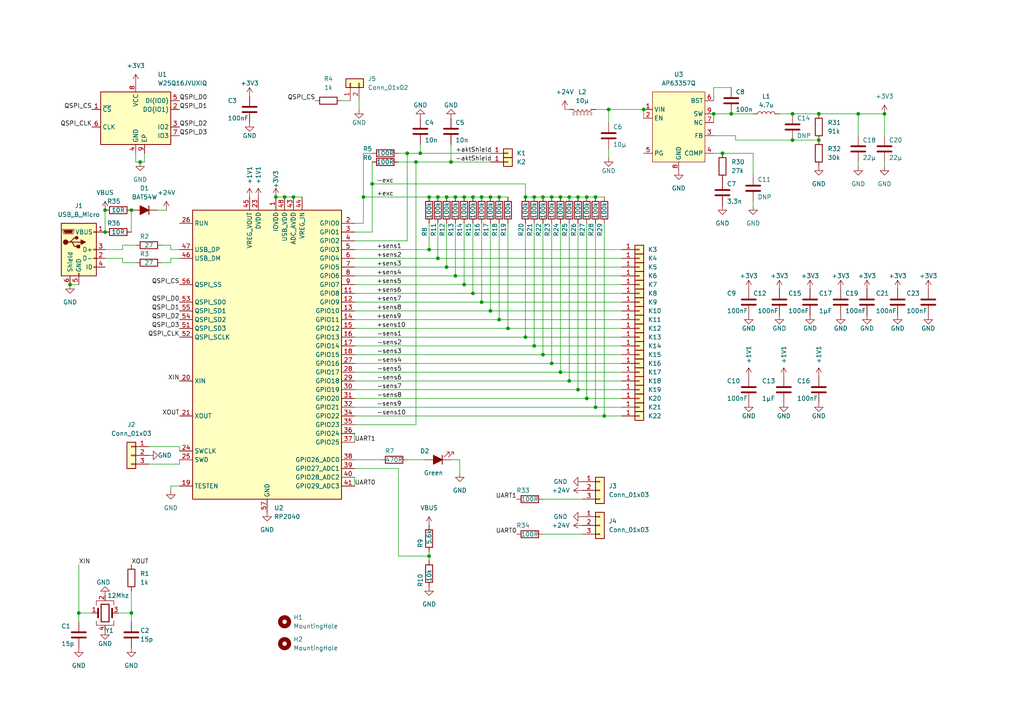
<source format=kicad_sch>
(kicad_sch (version 20211123) (generator eeschema)
  (paper "A4")
  (junction (at 248.92 33.02))
  (junction (at 207.01 33.02))
  (junction (at 229.87 33.02))
  (junction (at 157.48 102.87))
  (junction (at 22.86 177.8))
  (junction (at 229.87 40.64))
  (junction (at 160.02 57.15))
  (junction (at 209.55 44.45))
  (junction (at 107.95 53.34))
  (junction (at 165.1 110.49))
  (junction (at 142.24 57.15))
  (junction (at 120.65 46.99))
  (junction (at 137.16 85.09))
  (junction (at 132.08 80.01))
  (junction (at 186.69 31.75))
  (junction (at 256.54 33.02))
  (junction (at 30.48 67.31))
  (junction (at 167.64 113.03))
  (junction (at 30.48 60.96))
  (junction (at 152.4 97.79))
  (junction (at 132.08 57.15))
  (junction (at 124.46 57.15))
  (junction (at 172.72 57.15))
  (junction (at 162.56 107.95))
  (junction (at 170.18 115.57))
  (junction (at 139.7 87.63))
  (junction (at 20.32 82.55))
  (junction (at 170.18 57.15))
  (junction (at 154.94 100.33))
  (junction (at 154.94 57.15))
  (junction (at 147.32 95.25))
  (junction (at 175.26 120.65))
  (junction (at 82.55 57.15))
  (junction (at 124.46 161.29))
  (junction (at 80.01 57.15))
  (junction (at 165.1 57.15))
  (junction (at 129.54 77.47))
  (junction (at 212.09 33.02))
  (junction (at 172.72 118.11))
  (junction (at 237.49 40.64))
  (junction (at 176.53 31.75))
  (junction (at 139.7 57.15))
  (junction (at 38.1 60.96))
  (junction (at 137.16 57.15))
  (junction (at 134.62 57.15))
  (junction (at 134.62 82.55))
  (junction (at 118.11 44.45))
  (junction (at 40.64 46.99))
  (junction (at 105.41 57.15))
  (junction (at 157.48 57.15))
  (junction (at 124.46 72.39))
  (junction (at 237.49 33.02))
  (junction (at 85.09 57.15))
  (junction (at 152.4 57.15))
  (junction (at 121.92 44.45))
  (junction (at 167.64 57.15))
  (junction (at 160.02 105.41))
  (junction (at 162.56 57.15))
  (junction (at 127 74.93))
  (junction (at 144.78 92.71))
  (junction (at 142.24 90.17))
  (junction (at 129.54 57.15))
  (junction (at 144.78 57.15))
  (junction (at 38.1 177.8))
  (junction (at 130.81 46.99))
  (junction (at 127 57.15))
  (wire (pts (xy 115.57 135.89) (xy 115.57 161.29)))
  (wire (pts (xy 104.14 29.21) (xy 104.14 31.75)))
  (wire (pts (xy 218.44 44.45) (xy 209.55 44.45)))
  (wire (pts (xy 39.37 71.12) (xy 35.56 71.12)))
  (wire (pts (xy 46.99 76.2) (xy 49.53 76.2)))
  (wire (pts (xy 137.16 64.77) (xy 137.16 85.09)))
  (wire (pts (xy 152.4 64.77) (xy 152.4 97.79)))
  (wire (pts (xy 157.48 102.87) (xy 180.34 102.87)))
  (wire (pts (xy 127 64.77) (xy 127 74.93)))
  (wire (pts (xy 124.46 161.29) (xy 124.46 162.56)))
  (wire (pts (xy 120.65 46.99) (xy 130.81 46.99)))
  (wire (pts (xy 38.1 60.96) (xy 38.1 67.31)))
  (wire (pts (xy 139.7 64.77) (xy 139.7 87.63)))
  (wire (pts (xy 130.81 46.99) (xy 142.24 46.99)))
  (wire (pts (xy 22.86 180.34) (xy 22.86 177.8)))
  (wire (pts (xy 115.57 46.99) (xy 120.65 46.99)))
  (wire (pts (xy 82.55 57.15) (xy 85.09 57.15)))
  (wire (pts (xy 52.07 72.39) (xy 49.53 72.39)))
  (wire (pts (xy 160.02 57.15) (xy 162.56 57.15)))
  (wire (pts (xy 130.81 46.99) (xy 130.81 41.91)))
  (wire (pts (xy 157.48 154.94) (xy 168.91 154.94)))
  (wire (pts (xy 107.95 46.99) (xy 107.95 53.34)))
  (wire (pts (xy 256.54 39.37) (xy 256.54 33.02)))
  (wire (pts (xy 209.55 44.45) (xy 207.01 44.45)))
  (wire (pts (xy 120.65 46.99) (xy 120.65 123.19)))
  (wire (pts (xy 256.54 33.02) (xy 248.92 33.02)))
  (wire (pts (xy 45.72 60.96) (xy 48.26 60.96)))
  (wire (pts (xy 34.29 177.8) (xy 38.1 177.8)))
  (wire (pts (xy 121.92 44.45) (xy 121.92 41.91)))
  (wire (pts (xy 167.64 64.77) (xy 167.64 113.03)))
  (wire (pts (xy 132.08 57.15) (xy 134.62 57.15)))
  (wire (pts (xy 39.37 46.99) (xy 40.64 46.99)))
  (wire (pts (xy 162.56 64.77) (xy 162.56 107.95)))
  (wire (pts (xy 85.09 57.15) (xy 87.63 57.15)))
  (wire (pts (xy 157.48 57.15) (xy 160.02 57.15)))
  (wire (pts (xy 30.48 67.31) (xy 30.48 60.96)))
  (wire (pts (xy 105.41 57.15) (xy 105.41 64.77)))
  (wire (pts (xy 40.64 46.99) (xy 41.91 46.99)))
  (wire (pts (xy 35.56 71.12) (xy 35.56 72.39)))
  (wire (pts (xy 102.87 125.73) (xy 102.87 128.27)))
  (wire (pts (xy 176.53 35.56) (xy 176.53 31.75)))
  (wire (pts (xy 162.56 57.15) (xy 165.1 57.15)))
  (wire (pts (xy 144.78 64.77) (xy 144.78 92.71)))
  (wire (pts (xy 212.09 33.02) (xy 218.44 33.02)))
  (wire (pts (xy 118.11 44.45) (xy 115.57 44.45)))
  (wire (pts (xy 133.35 137.16) (xy 133.35 133.35)))
  (wire (pts (xy 139.7 57.15) (xy 142.24 57.15)))
  (wire (pts (xy 115.57 161.29) (xy 124.46 161.29)))
  (wire (pts (xy 38.1 171.45) (xy 38.1 177.8)))
  (wire (pts (xy 165.1 110.49) (xy 180.34 110.49)))
  (wire (pts (xy 102.87 105.41) (xy 160.02 105.41)))
  (wire (pts (xy 22.86 177.8) (xy 26.67 177.8)))
  (wire (pts (xy 165.1 57.15) (xy 167.64 57.15)))
  (wire (pts (xy 256.54 48.26) (xy 256.54 46.99)))
  (wire (pts (xy 35.56 72.39) (xy 30.48 72.39)))
  (wire (pts (xy 144.78 92.71) (xy 180.34 92.71)))
  (wire (pts (xy 102.87 85.09) (xy 137.16 85.09)))
  (wire (pts (xy 248.92 33.02) (xy 248.92 39.37)))
  (wire (pts (xy 52.07 130.81) (xy 52.07 129.54)))
  (wire (pts (xy 102.87 69.85) (xy 118.11 69.85)))
  (wire (pts (xy 176.53 31.75) (xy 186.69 31.75)))
  (wire (pts (xy 102.87 87.63) (xy 139.7 87.63)))
  (wire (pts (xy 170.18 57.15) (xy 172.72 57.15)))
  (wire (pts (xy 129.54 64.77) (xy 129.54 77.47)))
  (wire (pts (xy 154.94 57.15) (xy 157.48 57.15)))
  (wire (pts (xy 102.87 90.17) (xy 142.24 90.17)))
  (wire (pts (xy 134.62 82.55) (xy 180.34 82.55)))
  (wire (pts (xy 147.32 95.25) (xy 180.34 95.25)))
  (wire (pts (xy 80.01 57.15) (xy 82.55 57.15)))
  (wire (pts (xy 132.08 80.01) (xy 180.34 80.01)))
  (wire (pts (xy 218.44 59.69) (xy 218.44 58.42)))
  (wire (pts (xy 41.91 46.99) (xy 41.91 44.45)))
  (wire (pts (xy 170.18 64.77) (xy 170.18 115.57)))
  (wire (pts (xy 229.87 33.02) (xy 237.49 33.02)))
  (wire (pts (xy 20.32 82.55) (xy 22.86 82.55)))
  (wire (pts (xy 186.69 31.75) (xy 186.69 34.29)))
  (wire (pts (xy 226.06 33.02) (xy 229.87 33.02)))
  (wire (pts (xy 124.46 160.02) (xy 124.46 161.29)))
  (wire (pts (xy 102.87 120.65) (xy 175.26 120.65)))
  (wire (pts (xy 124.46 72.39) (xy 180.34 72.39)))
  (wire (pts (xy 213.36 39.37) (xy 213.36 40.64)))
  (wire (pts (xy 35.56 76.2) (xy 39.37 76.2)))
  (wire (pts (xy 172.72 118.11) (xy 180.34 118.11)))
  (wire (pts (xy 142.24 64.77) (xy 142.24 90.17)))
  (wire (pts (xy 176.53 45.72) (xy 176.53 43.18)))
  (wire (pts (xy 107.95 44.45) (xy 105.41 44.45)))
  (wire (pts (xy 163.83 31.75) (xy 165.1 31.75)))
  (wire (pts (xy 139.7 87.63) (xy 180.34 87.63)))
  (wire (pts (xy 118.11 44.45) (xy 121.92 44.45)))
  (wire (pts (xy 102.87 100.33) (xy 154.94 100.33)))
  (wire (pts (xy 133.35 133.35) (xy 130.81 133.35)))
  (wire (pts (xy 127 74.93) (xy 180.34 74.93)))
  (wire (pts (xy 207.01 25.4) (xy 212.09 25.4)))
  (wire (pts (xy 49.53 74.93) (xy 52.07 74.93)))
  (wire (pts (xy 218.44 50.8) (xy 218.44 44.45)))
  (wire (pts (xy 102.87 72.39) (xy 124.46 72.39)))
  (wire (pts (xy 49.53 142.24) (xy 49.53 140.97)))
  (wire (pts (xy 154.94 100.33) (xy 180.34 100.33)))
  (wire (pts (xy 22.86 163.83) (xy 22.86 177.8)))
  (wire (pts (xy 49.53 71.12) (xy 46.99 71.12)))
  (wire (pts (xy 207.01 33.02) (xy 212.09 33.02)))
  (wire (pts (xy 102.87 135.89) (xy 115.57 135.89)))
  (wire (pts (xy 134.62 57.15) (xy 137.16 57.15)))
  (wire (pts (xy 102.87 82.55) (xy 134.62 82.55)))
  (wire (pts (xy 207.01 35.56) (xy 207.01 33.02)))
  (wire (pts (xy 134.62 64.77) (xy 134.62 82.55)))
  (wire (pts (xy 129.54 77.47) (xy 180.34 77.47)))
  (wire (pts (xy 120.65 123.19) (xy 102.87 123.19)))
  (wire (pts (xy 39.37 44.45) (xy 39.37 46.99)))
  (wire (pts (xy 102.87 80.01) (xy 132.08 80.01)))
  (wire (pts (xy 142.24 57.15) (xy 144.78 57.15)))
  (wire (pts (xy 105.41 44.45) (xy 105.41 57.15)))
  (wire (pts (xy 137.16 57.15) (xy 139.7 57.15)))
  (wire (pts (xy 137.16 85.09) (xy 180.34 85.09)))
  (wire (pts (xy 102.87 138.43) (xy 102.87 140.97)))
  (wire (pts (xy 144.78 57.15) (xy 147.32 57.15)))
  (wire (pts (xy 170.18 115.57) (xy 180.34 115.57)))
  (wire (pts (xy 35.56 74.93) (xy 35.56 76.2)))
  (wire (pts (xy 248.92 48.26) (xy 248.92 46.99)))
  (wire (pts (xy 124.46 57.15) (xy 127 57.15)))
  (wire (pts (xy 160.02 64.77) (xy 160.02 105.41)))
  (wire (pts (xy 118.11 133.35) (xy 123.19 133.35)))
  (wire (pts (xy 207.01 39.37) (xy 213.36 39.37)))
  (wire (pts (xy 162.56 107.95) (xy 180.34 107.95)))
  (wire (pts (xy 152.4 57.15) (xy 154.94 57.15)))
  (wire (pts (xy 102.87 115.57) (xy 170.18 115.57)))
  (wire (pts (xy 165.1 64.77) (xy 165.1 110.49)))
  (wire (pts (xy 102.87 110.49) (xy 165.1 110.49)))
  (wire (pts (xy 49.53 140.97) (xy 52.07 140.97)))
  (wire (pts (xy 172.72 57.15) (xy 175.26 57.15)))
  (wire (pts (xy 172.72 31.75) (xy 176.53 31.75)))
  (wire (pts (xy 121.92 44.45) (xy 142.24 44.45)))
  (wire (pts (xy 152.4 53.34) (xy 152.4 57.15)))
  (wire (pts (xy 102.87 97.79) (xy 152.4 97.79)))
  (wire (pts (xy 167.64 57.15) (xy 170.18 57.15)))
  (wire (pts (xy 102.87 95.25) (xy 147.32 95.25)))
  (wire (pts (xy 107.95 53.34) (xy 152.4 53.34)))
  (wire (pts (xy 118.11 69.85) (xy 118.11 44.45)))
  (wire (pts (xy 52.07 134.62) (xy 52.07 133.35)))
  (wire (pts (xy 102.87 102.87) (xy 157.48 102.87)))
  (wire (pts (xy 102.87 107.95) (xy 162.56 107.95)))
  (wire (pts (xy 102.87 92.71) (xy 144.78 92.71)))
  (wire (pts (xy 237.49 33.02) (xy 248.92 33.02)))
  (wire (pts (xy 107.95 67.31) (xy 102.87 67.31)))
  (wire (pts (xy 157.48 144.78) (xy 168.91 144.78)))
  (wire (pts (xy 102.87 118.11) (xy 172.72 118.11)))
  (wire (pts (xy 175.26 120.65) (xy 180.34 120.65)))
  (wire (pts (xy 172.72 64.77) (xy 172.72 118.11)))
  (wire (pts (xy 154.94 64.77) (xy 154.94 100.33)))
  (wire (pts (xy 49.53 72.39) (xy 49.53 71.12)))
  (wire (pts (xy 207.01 29.21) (xy 207.01 25.4)))
  (wire (pts (xy 129.54 57.15) (xy 132.08 57.15)))
  (wire (pts (xy 167.64 113.03) (xy 180.34 113.03)))
  (wire (pts (xy 157.48 64.77) (xy 157.48 102.87)))
  (wire (pts (xy 124.46 64.77) (xy 124.46 72.39)))
  (wire (pts (xy 127 57.15) (xy 129.54 57.15)))
  (wire (pts (xy 49.53 76.2) (xy 49.53 74.93)))
  (wire (pts (xy 147.32 64.77) (xy 147.32 95.25)))
  (wire (pts (xy 102.87 77.47) (xy 129.54 77.47)))
  (wire (pts (xy 229.87 40.64) (xy 237.49 40.64)))
  (wire (pts (xy 160.02 105.41) (xy 180.34 105.41)))
  (wire (pts (xy 105.41 57.15) (xy 124.46 57.15)))
  (wire (pts (xy 99.06 29.21) (xy 101.6 29.21)))
  (wire (pts (xy 102.87 133.35) (xy 110.49 133.35)))
  (wire (pts (xy 152.4 97.79) (xy 180.34 97.79)))
  (wire (pts (xy 102.87 64.77) (xy 105.41 64.77)))
  (wire (pts (xy 30.48 74.93) (xy 35.56 74.93)))
  (wire (pts (xy 213.36 40.64) (xy 229.87 40.64)))
  (wire (pts (xy 142.24 90.17) (xy 180.34 90.17)))
  (wire (pts (xy 43.18 134.62) (xy 52.07 134.62)))
  (wire (pts (xy 102.87 74.93) (xy 127 74.93)))
  (wire (pts (xy 175.26 64.77) (xy 175.26 120.65)))
  (wire (pts (xy 52.07 129.54) (xy 43.18 129.54)))
  (wire (pts (xy 107.95 53.34) (xy 107.95 67.31)))
  (wire (pts (xy 102.87 113.03) (xy 167.64 113.03)))
  (wire (pts (xy 132.08 64.77) (xy 132.08 80.01)))
  (wire (pts (xy 38.1 177.8) (xy 38.1 180.34)))
  (label "-sens6" (at 109.2892 110.49 0))
  (label "+sens7" (at 109.2005 87.63 0))
  (label "UART1" (at 102.87 128.27 0))
  (label "-exc" (at 109.22 53.34 0))
  (label "QSPI_CLK" (at 52.07 97.79 180))
  (label "-sens2" (at 109.2892 100.33 0))
  (label "QSPI_CS" (at 91.44 29.21 180))
  (label "QSPI_D2" (at 52.07 92.71 180))
  (label "XOUT" (at 38.1 163.83 0))
  (label "QSPI_D1" (at 52.07 90.17 180))
  (label "UART1" (at 149.86 144.78 180))
  (label "XOUT" (at 52.07 120.65 180))
  (label "-sens5" (at 109.2892 107.95 0))
  (label "XIN" (at 22.86 163.83 0))
  (label "QSPI_CLK" (at 26.67 36.83 180))
  (label "QSPI_D0" (at 52.07 87.63 180))
  (label "QSPI_D2" (at 52.07 36.83 0))
  (label "+sens5" (at 109.22 82.55 0))
  (label "UART0" (at 102.87 140.97 0))
  (label "-sens8" (at 109.2892 115.57 0))
  (label "QSPI_D0" (at 52.07 29.21 0))
  (label "+aktShield" (at 132.08 44.45 0))
  (label "+sens2" (at 109.22 74.93 0))
  (label "-sens7" (at 109.2697 113.03 0))
  (label "-sens1" (at 109.2892 97.79 0))
  (label "+sens3" (at 109.2005 77.47 0))
  (label "QSPI_CS" (at 26.67 31.75 180))
  (label "-sens9" (at 109.22 118.11 0))
  (label "-sens4" (at 109.2892 105.41 0))
  (label "+exc" (at 109.22 57.15 0))
  (label "+sens9" (at 109.1508 92.71 0))
  (label "+sens10" (at 109.22 95.25 0))
  (label "+sens6" (at 109.22 85.09 0))
  (label "QSPI_D3" (at 52.07 39.37 0))
  (label "QSPI_CS" (at 52.07 82.55 180))
  (label "+sens4" (at 109.22 80.01 0))
  (label "XIN" (at 52.07 110.49 180))
  (label "UART0" (at 149.86 154.94 180))
  (label "+sens8" (at 109.22 90.17 0))
  (label "-sens10" (at 109.2892 120.65 0))
  (label "QSPI_D3" (at 52.07 95.25 180))
  (label "-sens3" (at 109.2697 102.87 0))
  (label "+sens1" (at 109.22 72.39 0))
  (label "QSPI_D1" (at 52.07 31.75 0))
  (label "-aktShield" (at 132.08 46.99 0))
  (symbol (lib_id "Device:R") (at 43.18 71.12 90) (unit 1)
    (property "Reference" "R2" (at 41.91 68.58 90))
    (property "Value" "27" (at 43.18 71.12 90))
    (property "Footprint" "Resistor_SMD:R_0603_1608Metric" (effects hide))
  )
  (symbol (lib_id "power:+3V3") (at 39.37 24.13 0) (unit 1)
    (property "Reference" "#PWR07" (effects hide))
    (property "Value" "+3V3" (at 39.37 19.05 0))
  )
  (symbol (lib_id "Device:R") (at 34.29 60.96 90) (unit 1)
    (property "Reference" "R35" (at 33.02 58.42 90))
    (property "Value" "10R" (at 34.29 60.96 90))
    (property "Footprint" "Resistor_SMD:R_0603_1608Metric" (effects hide))
  )
  (symbol (lib_id "Device:C") (at 237.49 113.03 0) (unit 1)
    (property "Reference" "C16" (at 231.14 110.49 0) (effects (justify left)))
    (property "Value" "100nF" (at 231.14 115.57 0) (effects (justify left)))
    (property "Footprint" "Capacitor_SMD:C_0603_1608Metric" (effects hide))
  )
  (symbol (lib_id "Device:R") (at 237.49 44.45 0) (unit 1)
    (property "Reference" "R32" (at 240.03 43.1799 0) (effects (justify left)))
    (property "Value" "30k" (at 240.03 45.7199 0) (effects (justify left)))
    (property "Footprint" "Resistor_SMD:R_0603_1608Metric" (effects hide))
  )
  (symbol (lib_id "Device:C") (at 256.54 43.18 180) (unit 1)
    (property "Reference" "C20" (at 257.81 40.64 0) (effects (justify right)))
    (property "Value" "22µ" (at 257.81 45.72 0) (effects (justify right)))
    (property "Footprint" "Capacitor_SMD:C_1206_3216Metric" (effects hide))
  )
  (symbol (lib_id "Device:R") (at 152.4 60.96 180) (unit 1)
    (property "Reference" "R20" (at 151.13 68.58 90) (effects (justify right)))
    (property "Value" "100k" (at 152.4 63.5 90) (effects (justify right)))
    (property "Footprint" "Resistor_SMD:R_0603_1608Metric" (effects hide))
  )
  (symbol (lib_id "Device:R") (at 134.62 60.96 180) (unit 1)
    (property "Reference" "R14" (at 133.35 68.58 90) (effects (justify right)))
    (property "Value" "100k" (at 134.62 63.5 90) (effects (justify right)))
    (property "Footprint" "Resistor_SMD:R_0603_1608Metric" (effects hide))
  )
  (symbol (lib_id "power:GND") (at 38.1 187.96 0) (unit 1)
    (property "Reference" "#PWR06" (effects hide))
    (property "Value" "GND" (at 38.1 193.04 0))
  )
  (symbol (lib_id "power:GND") (at 40.64 46.99 0) (unit 1)
    (property "Reference" "#PWR08" (effects hide))
    (property "Value" "GND" (at 40.64 52.07 0))
  )
  (symbol (lib_id "Device:R") (at 147.32 60.96 180) (unit 1)
    (property "Reference" "R19" (at 146.05 68.58 90) (effects (justify right)))
    (property "Value" "100k" (at 147.32 63.5 90) (effects (justify right)))
    (property "Footprint" "Resistor_SMD:R_0603_1608Metric" (effects hide))
  )
  (symbol (lib_id "Connector_Generic:Conn_01x01") (at 185.42 87.63 0) (unit 1)
    (property "Reference" "K9" (at 187.96 87.63 0) (effects (justify left)))
    (property "Value" "capPad" (effects hide))
    (property "Footprint" "Bergi:dummyPad" (effects hide))
  )
  (symbol (lib_id "Device:R") (at 95.25 29.21 90) (unit 1)
    (property "Reference" "R4" (at 95.25 22.86 90))
    (property "Value" "1k" (at 95.25 25.4 90))
    (property "Footprint" "Resistor_SMD:R_0603_1608Metric" (effects hide))
  )
  (symbol (lib_id "Connector_Generic:Conn_01x01") (at 185.42 120.65 0) (unit 1)
    (property "Reference" "K22" (at 187.96 120.65 0) (effects (justify left)))
    (property "Value" "capPad" (effects hide))
    (property "Footprint" "Bergi:dummyPad" (effects hide))
  )
  (symbol (lib_id "Connector_Generic:Conn_01x01") (at 185.42 72.39 0) (unit 1)
    (property "Reference" "K3" (at 187.96 72.39 0) (effects (justify left)))
    (property "Value" "capPad" (effects hide))
    (property "Footprint" "Bergi:dummyPad" (effects hide))
  )
  (symbol (lib_id "power:GND") (at 269.24 91.44 0) (unit 1)
    (property "Reference" "#PWR0102" (effects hide))
    (property "Value" "GND" (at 269.24 95.25 0))
  )
  (symbol (lib_id "power:+3V3") (at 226.06 83.82 0) (unit 1)
    (property "Reference" "#PWR033" (effects hide))
    (property "Value" "+3V3" (at 226.06 80.01 0))
  )
  (symbol (lib_id "Connector_Generic:Conn_01x01") (at 185.42 118.11 0) (unit 1)
    (property "Reference" "K21" (at 187.96 118.11 0) (effects (justify left)))
    (property "Value" "capPad" (effects hide))
    (property "Footprint" "Bergi:dummyPad" (effects hide))
  )
  (symbol (lib_id "Device:R") (at 124.46 166.37 0) (unit 1)
    (property "Reference" "R10" (at 121.92 166.37 90) (effects (justify right)))
    (property "Value" "10k" (at 124.46 165.1 90) (effects (justify right)))
    (property "Footprint" "Resistor_SMD:R_0603_1608Metric" (effects hide))
  )
  (symbol (lib_id "Device:L_Ferrite") (at 168.91 31.75 270) (unit 1)
    (property "Reference" "L2" (at 168.91 26.67 90))
    (property "Value" "10µ" (at 168.91 29.21 90))
    (property "Footprint" "Inductor_SMD:L_0805_2012Metric" (effects hide))
  )
  (symbol (lib_id "Device:L") (at 222.25 33.02 90) (unit 1)
    (property "Reference" "L1" (at 222.25 27.94 90))
    (property "Value" "4.7u" (at 222.25 30.48 90))
    (property "Footprint" "Inductor_SMD:L_1008_2520Metric" (effects hide))
  )
  (symbol (lib_id "Connector:USB_B_Micro") (at 22.86 72.39 0) (unit 1)
    (property "Reference" "J1" (at 22.86 59.69 0))
    (property "Value" "USB_B_Micro" (at 22.86 62.23 0))
    (property "Footprint" "Connector_USB:USB_Micro-B_GCT_USB3076-30-A" (effects hide))
    (property "HTN" "USB3076-30, USB3075-30" (effects hide))
  )
  (symbol (lib_id "Device:R") (at 165.1 60.96 180) (unit 1)
    (property "Reference" "R25" (at 163.83 68.58 90) (effects (justify right)))
    (property "Value" "100k" (at 165.1 63.5 90) (effects (justify right)))
    (property "Footprint" "Resistor_SMD:R_0603_1608Metric" (effects hide))
  )
  (symbol (lib_id "Device:C") (at 218.44 54.61 180) (unit 1)
    (property "Reference" "C11" (at 219.71 52.07 0) (effects (justify right)))
    (property "Value" "DNP" (at 219.71 57.15 0) (effects (justify right)))
    (property "Footprint" "Capacitor_SMD:C_0603_1608Metric" (effects hide))
  )
  (symbol (lib_id "Device:C") (at 217.17 113.03 0) (unit 1)
    (property "Reference" "C10" (at 210.82 110.49 0) (effects (justify left)))
    (property "Value" "100nF" (at 210.82 115.57 0) (effects (justify left)))
    (property "Footprint" "Capacitor_SMD:C_0603_1608Metric" (effects hide))
  )
  (symbol (lib_id "MCU_RaspberryPi:RP2040") (at 77.47 102.87 0) (unit 1)
    (property "Reference" "U2" (at 79.4894 147.32 0) (effects (justify left)))
    (property "Value" "RP2040" (at 79.4894 149.86 0) (effects (justify left)))
    (property "Footprint" "Package_DFN_QFN:QFN-56-1EP_7x7mm_P0.4mm_EP3.2x3.2mm" (effects hide))
    (property "Datasheet" "https://datasheets.raspberrypi.com/rp2040/rp2040-datasheet.pdf" (effects hide))
  )
  (symbol (lib_id "power:GND") (at 168.91 149.86 270) (unit 1)
    (property "Reference" "#PWR056" (effects hide))
    (property "Value" "GND" (at 162.56 149.86 90))
  )
  (symbol (lib_id "Connector_Generic:Conn_01x01") (at 185.42 90.17 0) (unit 1)
    (property "Reference" "K10" (at 187.96 90.17 0) (effects (justify left)))
    (property "Value" "capPad" (effects hide))
    (property "Footprint" "Bergi:dummyPad" (effects hide))
  )
  (symbol (lib_id "Device:R") (at 34.29 67.31 90) (unit 1)
    (property "Reference" "R36" (at 33.02 64.77 90))
    (property "Value" "10R" (at 34.29 67.31 90))
    (property "Footprint" "Resistor_SMD:R_0603_1608Metric" (effects hide))
  )
  (symbol (lib_id "Mechanical:MountingHole") (at 82.55 180.34 0) (unit 1)
    (property "Reference" "H1" (at 85.09 179.0699 0) (effects (justify left)))
    (property "Value" "MountingHole" (at 85.09 181.6099 0) (effects (justify left)))
    (property "Footprint" "MountingHole:MountingHole_3.2mm_M3_DIN965" (effects hide))
  )
  (symbol (lib_id "Device:C") (at 212.09 29.21 180) (unit 1)
    (property "Reference" "C8" (at 213.36 26.67 0) (effects (justify right)))
    (property "Value" "100n" (at 213.36 31.75 0) (effects (justify right)))
    (property "Footprint" "Capacitor_SMD:C_0603_1608Metric" (effects hide))
  )
  (symbol (lib_id "Device:R") (at 124.46 156.21 0) (unit 1)
    (property "Reference" "R9" (at 121.92 156.21 90) (effects (justify right)))
    (property "Value" "5.6k" (at 124.46 153.67 90) (effects (justify right)))
    (property "Footprint" "Resistor_SMD:R_0603_1608Metric" (effects hide))
  )
  (symbol (lib_id "Connector_Generic:Conn_01x03") (at 38.1 132.08 0) (mirror y) (unit 1)
    (property "Reference" "J2" (at 38.1 123.19 0))
    (property "Value" "Conn_01x03" (at 38.1 125.73 0))
    (property "Footprint" "Connector_PinHeader_2.54mm:PinHeader_1x03_P2.54mm_Vertical" (effects hide))
  )
  (symbol (lib_id "Device:R") (at 167.64 60.96 180) (unit 1)
    (property "Reference" "R26" (at 166.37 68.58 90) (effects (justify right)))
    (property "Value" "100k" (at 167.64 63.5 90) (effects (justify right)))
    (property "Footprint" "Resistor_SMD:R_0603_1608Metric" (effects hide))
  )
  (symbol (lib_id "Device:R") (at 144.78 60.96 180) (unit 1)
    (property "Reference" "R18" (at 143.51 68.58 90) (effects (justify right)))
    (property "Value" "100k" (at 144.78 63.5 90) (effects (justify right)))
    (property "Footprint" "Resistor_SMD:R_0603_1608Metric" (effects hide))
  )
  (symbol (lib_id "Connector_Generic:Conn_01x03") (at 173.99 142.24 0) (unit 1)
    (property "Reference" "J3" (at 176.53 140.9699 0) (effects (justify left)))
    (property "Value" "Conn_01x03" (at 176.53 143.5099 0) (effects (justify left)))
    (property "Footprint" "Connector_Molex:Molex_KK-254_AE-6410-03A_1x03_P2.54mm_Vertical" (effects hide))
  )
  (symbol (lib_id "power:GND") (at 234.95 91.44 0) (unit 1)
    (property "Reference" "#PWR038" (effects hide))
    (property "Value" "GND" (at 234.95 95.25 0))
  )
  (symbol (lib_id "Device:R") (at 209.55 48.26 0) (unit 1)
    (property "Reference" "R30" (at 212.09 46.9899 0) (effects (justify left)))
    (property "Value" "27k" (at 212.09 49.5299 0) (effects (justify left)))
    (property "Footprint" "Resistor_SMD:R_0603_1608Metric" (effects hide))
  )
  (symbol (lib_id "Connector_Generic:Conn_01x01") (at 185.42 113.03 0) (unit 1)
    (property "Reference" "K19" (at 187.96 113.03 0) (effects (justify left)))
    (property "Value" "capPad" (effects hide))
    (property "Footprint" "Bergi:dummyPad" (effects hide))
  )
  (symbol (lib_id "power:+3V3") (at 260.35 83.82 0) (unit 1)
    (property "Reference" "#PWR048" (effects hide))
    (property "Value" "+3V3" (at 260.35 80.01 0))
  )
  (symbol (lib_id "power:GND") (at 77.47 148.59 0) (unit 1)
    (property "Reference" "#PWR016" (effects hide))
    (property "Value" "GND" (at 77.47 153.67 0))
  )
  (symbol (lib_id "Device:C") (at 269.24 87.63 0) (unit 1)
    (property "Reference" "C23" (at 262.89 85.09 0) (effects (justify left)))
    (property "Value" "100nF" (at 262.89 90.17 0) (effects (justify left)))
    (property "Footprint" "Capacitor_SMD:C_0603_1608Metric" (effects hide))
  )
  (symbol (lib_id "power:GND") (at 196.85 49.53 0) (unit 1)
    (property "Reference" "#PWR026" (effects hide))
    (property "Value" "GND" (at 196.85 54.61 0))
  )
  (symbol (lib_id "Connector_Generic:Conn_01x01") (at 147.32 44.45 0) (unit 1)
    (property "Reference" "K1" (at 149.86 44.45 0) (effects (justify left)))
    (property "Value" "capPad" (effects hide))
    (property "Footprint" "Bergi:dummyPad" (effects hide))
  )
  (symbol (lib_id "Connector_Generic:Conn_01x01") (at 185.42 92.71 0) (unit 1)
    (property "Reference" "K11" (at 187.96 92.71 0) (effects (justify left)))
    (property "Value" "capPad" (effects hide))
    (property "Footprint" "Bergi:dummyPad" (effects hide))
  )
  (symbol (lib_id "Device:R") (at 132.08 60.96 180) (unit 1)
    (property "Reference" "R13" (at 130.81 68.58 90) (effects (justify right)))
    (property "Value" "100k" (at 132.08 63.5 90) (effects (justify right)))
    (property "Footprint" "Resistor_SMD:R_0603_1608Metric" (effects hide))
  )
  (symbol (lib_id "Device:C") (at 229.87 36.83 180) (unit 1)
    (property "Reference" "C14" (at 231.14 34.29 0) (effects (justify right)))
    (property "Value" "DNP" (at 231.14 39.37 0) (effects (justify right)))
    (property "Footprint" "Capacitor_SMD:C_0603_1608Metric" (effects hide))
  )
  (symbol (lib_id "power:GND") (at 227.33 116.84 0) (unit 1)
    (property "Reference" "#PWR036" (effects hide))
    (property "Value" "GND" (at 227.33 120.65 0))
  )
  (symbol (lib_id "Device:R") (at 111.76 44.45 270) (unit 1)
    (property "Reference" "R5" (at 107.95 43.18 90) (effects (justify right)))
    (property "Value" "100R" (at 114.3 44.45 90) (effects (justify right)))
    (property "Footprint" "Resistor_SMD:R_0603_1608Metric" (effects hide))
  )
  (symbol (lib_id "Device:C") (at 121.92 38.1 180) (unit 1)
    (property "Reference" "C4" (at 123.19 35.56 0) (effects (justify right)))
    (property "Value" "10n" (at 123.19 40.64 0) (effects (justify right)))
    (property "Footprint" "Capacitor_SMD:C_0603_1608Metric" (effects hide))
  )
  (symbol (lib_id "Device:R") (at 153.67 144.78 270) (unit 1)
    (property "Reference" "R33" (at 153.67 142.24 90) (effects (justify right)))
    (property "Value" "100R" (at 156.21 144.78 90) (effects (justify right)))
    (property "Footprint" "Resistor_SMD:R_0603_1608Metric" (effects hide))
  )
  (symbol (lib_id "Device:C") (at 217.17 87.63 0) (unit 1)
    (property "Reference" "C9" (at 210.82 85.09 0) (effects (justify left)))
    (property "Value" "100nF" (at 210.82 90.17 0) (effects (justify left)))
    (property "Footprint" "Capacitor_SMD:C_0603_1608Metric" (effects hide))
  )
  (symbol (lib_id "Connector_Generic:Conn_01x03") (at 173.99 152.4 0) (unit 1)
    (property "Reference" "J4" (at 176.53 151.1299 0) (effects (justify left)))
    (property "Value" "Conn_01x03" (at 176.53 153.6699 0) (effects (justify left)))
    (property "Footprint" "Connector_Molex:Molex_KK-254_AE-6410-03A_1x03_P2.54mm_Vertical" (effects hide))
  )
  (symbol (lib_id "Device:R") (at 153.67 154.94 270) (unit 1)
    (property "Reference" "R34" (at 153.67 152.4 90) (effects (justify right)))
    (property "Value" "100R" (at 156.21 154.94 90) (effects (justify right)))
    (property "Footprint" "Resistor_SMD:R_0603_1608Metric" (effects hide))
  )
  (symbol (lib_id "Connector_Generic:Conn_01x01") (at 185.42 105.41 0) (unit 1)
    (property "Reference" "K16" (at 187.96 105.41 0) (effects (justify left)))
    (property "Value" "capPad" (effects hide))
    (property "Footprint" "Bergi:dummyPad" (effects hide))
  )
  (symbol (lib_id "Connector_Generic:Conn_01x01") (at 147.32 46.99 0) (unit 1)
    (property "Reference" "K2" (at 149.86 46.99 0) (effects (justify left)))
    (property "Value" "capPad" (effects hide))
    (property "Footprint" "Bergi:dummyPad" (effects hide))
  )
  (symbol (lib_id "power:GND") (at 256.54 48.26 0) (unit 1)
    (property "Reference" "#PWR047" (effects hide))
    (property "Value" "GND" (at 256.54 53.34 0))
  )
  (symbol (lib_id "power:+3V3") (at 256.54 33.02 0) (unit 1)
    (property "Reference" "#PWR050" (effects hide))
    (property "Value" "+3V3" (at 256.54 27.94 0))
  )
  (symbol (lib_id "power:GND") (at 22.86 187.96 0) (unit 1)
    (property "Reference" "#PWR02" (effects hide))
    (property "Value" "GND" (at 22.86 193.04 0))
  )
  (symbol (lib_id "power:GND") (at 226.06 91.44 0) (unit 1)
    (property "Reference" "#PWR034" (effects hide))
    (property "Value" "GND" (at 226.06 95.25 0))
  )
  (symbol (lib_id "power:GND") (at 248.92 48.26 0) (unit 1)
    (property "Reference" "#PWR044" (effects hide))
    (property "Value" "GND" (at 248.92 53.34 0))
  )
  (symbol (lib_id "power:GND") (at 49.53 142.24 0) (unit 1)
    (property "Reference" "#PWR011" (effects hide))
    (property "Value" "GND" (at 49.53 147.32 0))
  )
  (symbol (lib_id "Device:C") (at 22.86 184.15 0) (unit 1)
    (property "Reference" "C1" (at 17.78 181.61 0) (effects (justify left)))
    (property "Value" "15p" (at 17.78 186.69 0) (effects (justify left)))
    (property "Footprint" "Capacitor_SMD:C_0603_1608Metric" (effects hide))
  )
  (symbol (lib_id "power:+24V") (at 163.83 31.75 0) (unit 1)
    (property "Reference" "#PWR024" (effects hide))
    (property "Value" "+24V" (at 163.83 26.67 0))
  )
  (symbol (lib_id "Device:C") (at 38.1 184.15 0) (unit 1)
    (property "Reference" "C2" (at 40.64 182.88 0) (effects (justify left)))
    (property "Value" "15p" (at 40.64 185.42 0) (effects (justify left)))
    (property "Footprint" "Capacitor_SMD:C_0603_1608Metric" (effects hide))
  )
  (symbol (lib_id "power:GND") (at 168.91 139.7 270) (unit 1)
    (property "Reference" "#PWR054" (effects hide))
    (property "Value" "GND" (at 162.56 139.7 90))
  )
  (symbol (lib_id "Device:R") (at 160.02 60.96 180) (unit 1)
    (property "Reference" "R23" (at 158.75 68.58 90) (effects (justify right)))
    (property "Value" "100k" (at 160.02 63.5 90) (effects (justify right)))
    (property "Footprint" "Resistor_SMD:R_0603_1608Metric" (effects hide))
  )
  (symbol (lib_id "Connector_Generic:Conn_01x01") (at 185.42 115.57 0) (unit 1)
    (property "Reference" "K20" (at 187.96 115.57 0) (effects (justify left)))
    (property "Value" "capPad" (effects hide))
    (property "Footprint" "Bergi:dummyPad" (effects hide))
  )
  (symbol (lib_id "power:+1V1") (at 237.49 109.22 0) (unit 1)
    (property "Reference" "#PWR040" (effects hide))
    (property "Value" "+1V1" (at 237.49 102.87 90))
  )
  (symbol (lib_id "power:+24V") (at 168.91 142.24 90) (unit 1)
    (property "Reference" "#PWR055" (effects hide))
    (property "Value" "+24V" (at 160.02 142.24 90) (effects (justify right)))
  )
  (symbol (lib_id "Device:C") (at 130.81 38.1 180) (unit 1)
    (property "Reference" "C5" (at 132.08 35.56 0) (effects (justify right)))
    (property "Value" "10n" (at 132.08 40.64 0) (effects (justify right)))
    (property "Footprint" "Capacitor_SMD:C_0603_1608Metric" (effects hide))
  )
  (symbol (lib_id "Mechanical:MountingHole") (at 82.55 186.69 0) (unit 1)
    (property "Reference" "H2" (at 85.09 185.4199 0) (effects (justify left)))
    (property "Value" "MountingHole" (at 85.09 187.9599 0) (effects (justify left)))
    (property "Footprint" "MountingHole:MountingHole_3.2mm_M3_DIN965" (effects hide))
  )
  (symbol (lib_id "Device:R") (at 154.94 60.96 180) (unit 1)
    (property "Reference" "R21" (at 153.67 68.58 90) (effects (justify right)))
    (property "Value" "100k" (at 154.94 63.5 90) (effects (justify right)))
    (property "Footprint" "Resistor_SMD:R_0603_1608Metric" (effects hide))
  )
  (symbol (lib_id "power:GND") (at 104.14 31.75 0) (unit 1)
    (property "Reference" "#PWR018" (effects hide))
    (property "Value" "GND" (at 104.14 35.56 0))
  )
  (symbol (lib_id "power:+3V3") (at 72.39 27.94 0) (unit 1)
    (property "Reference" "#PWR012" (effects hide))
    (property "Value" "+3V3" (at 72.39 24.13 0))
  )
  (symbol (lib_id "power:+3V3") (at 217.17 83.82 0) (unit 1)
    (property "Reference" "#PWR028" (effects hide))
    (property "Value" "+3V3" (at 217.17 80.01 0))
  )
  (symbol (lib_id "power:+1V1") (at 217.17 109.22 0) (unit 1)
    (property "Reference" "#PWR030" (effects hide))
    (property "Value" "+1V1" (at 217.17 102.87 90))
  )
  (symbol (lib_id "power:GND") (at 43.18 132.08 90) (unit 1)
    (property "Reference" "#PWR09" (effects hide))
    (property "Value" "GND" (at 45.72 132.08 90) (effects (justify right)))
  )
  (symbol (lib_id "Device:R") (at 127 60.96 180) (unit 1)
    (property "Reference" "R11" (at 125.73 68.58 90) (effects (justify right)))
    (property "Value" "100k" (at 127 63.5 90) (effects (justify right)))
    (property "Footprint" "Resistor_SMD:R_0603_1608Metric" (effects hide))
  )
  (symbol (lib_id "power:GND") (at 30.48 172.72 180) (unit 1)
    (property "Reference" "#PWR03" (effects hide))
    (property "Value" "GND" (at 27.94 168.91 0) (effects (justify right)))
  )
  (symbol (lib_id "Device:Crystal_GND24") (at 30.48 177.8 0) (unit 1)
    (property "Reference" "Y1" (at 31.75 182.88 0))
    (property "Value" "12Mhz" (at 34.29 172.72 0))
    (property "Footprint" "Crystal:Crystal_SMD_2520-4Pin_2.5x2.0mm" (effects hide))
    (property "HTN" "ECS-120-12-36-AGN-TR3" (effects hide))
  )
  (symbol (lib_id "Device:C") (at 227.33 113.03 0) (unit 1)
    (property "Reference" "C13" (at 220.98 110.49 0) (effects (justify left)))
    (property "Value" "1µF" (at 220.98 115.57 0) (effects (justify left)))
    (property "Footprint" "Capacitor_SMD:C_0603_1608Metric" (effects hide))
  )
  (symbol (lib_id "Device:C") (at 243.84 87.63 0) (unit 1)
    (property "Reference" "C17" (at 237.49 85.09 0) (effects (justify left)))
    (property "Value" "1µF" (at 237.49 90.17 0) (effects (justify left)))
    (property "Footprint" "Capacitor_SMD:C_0603_1608Metric" (effects hide))
  )
  (symbol (lib_id "Device:R") (at 137.16 60.96 180) (unit 1)
    (property "Reference" "R15" (at 135.89 68.58 90) (effects (justify right)))
    (property "Value" "100k" (at 137.16 63.5 90) (effects (justify right)))
    (property "Footprint" "Resistor_SMD:R_0603_1608Metric" (effects hide))
  )
  (symbol (lib_id "power:GND") (at 260.35 91.44 0) (unit 1)
    (property "Reference" "#PWR049" (effects hide))
    (property "Value" "GND" (at 260.35 95.25 0))
  )
  (symbol (lib_id "Device:R") (at 124.46 60.96 180) (unit 1)
    (property "Reference" "R8" (at 123.19 68.58 90) (effects (justify right)))
    (property "Value" "100k" (at 124.46 63.5 90) (effects (justify right)))
    (property "Footprint" "Resistor_SMD:R_0603_1608Metric" (effects hide))
  )
  (symbol (lib_id "Device:D_Filled") (at 41.91 60.96 180) (unit 1)
    (property "Reference" "D1" (at 41.91 54.61 0))
    (property "Value" "BAT54W" (at 41.91 57.15 0))
    (property "Footprint" "Diode_SMD:D_SOD-323" (effects hide))
  )
  (symbol (lib_id "Device:R") (at 157.48 60.96 180) (unit 1)
    (property "Reference" "R22" (at 156.21 68.58 90) (effects (justify right)))
    (property "Value" "100k" (at 157.48 63.5 90) (effects (justify right)))
    (property "Footprint" "Resistor_SMD:R_0603_1608Metric" (effects hide))
  )
  (symbol (lib_id "power:+24V") (at 48.26 60.96 0) (unit 1)
    (property "Reference" "#PWR010" (effects hide))
    (property "Value" "+24V" (at 48.26 55.88 0))
  )
  (symbol (lib_id "power:GND") (at 20.32 82.55 0) (unit 1)
    (property "Reference" "#PWR01" (effects hide))
    (property "Value" "GND" (at 20.32 87.63 0))
  )
  (symbol (lib_id "power:+1V1") (at 227.33 109.22 0) (unit 1)
    (property "Reference" "#PWR035" (effects hide))
    (property "Value" "+1V1" (at 227.33 102.87 90))
  )
  (symbol (lib_id "Device:R") (at 111.76 46.99 270) (unit 1)
    (property "Reference" "R6" (at 107.95 45.72 90) (effects (justify right)))
    (property "Value" "100R" (at 114.3 46.99 90) (effects (justify right)))
    (property "Footprint" "Resistor_SMD:R_0603_1608Metric" (effects hide))
  )
  (symbol (lib_id "power:GND") (at 72.39 35.56 0) (unit 1)
    (property "Reference" "#PWR013" (effects hide))
    (property "Value" "GND" (at 72.39 39.37 0))
  )
  (symbol (lib_id "Connector_Generic:Conn_01x01") (at 185.42 107.95 0) (unit 1)
    (property "Reference" "K17" (at 187.96 107.95 0) (effects (justify left)))
    (property "Value" "capPad" (effects hide))
    (property "Footprint" "Bergi:dummyPad" (effects hide))
  )
  (symbol (lib_id "Connector_Generic:Conn_01x01") (at 185.42 77.47 0) (unit 1)
    (property "Reference" "K5" (at 187.96 77.47 0) (effects (justify left)))
    (property "Value" "capPad" (effects hide))
    (property "Footprint" "Bergi:dummyPad" (effects hide))
  )
  (symbol (lib_id "Device:C") (at 72.39 31.75 0) (unit 1)
    (property "Reference" "C3" (at 66.04 29.21 0) (effects (justify left)))
    (property "Value" "100nF" (at 66.04 34.29 0) (effects (justify left)))
    (property "Footprint" "Capacitor_SMD:C_0603_1608Metric" (effects hide))
  )
  (symbol (lib_id "Device:R") (at 139.7 60.96 180) (unit 1)
    (property "Reference" "R16" (at 138.43 68.58 90) (effects (justify right)))
    (property "Value" "100k" (at 139.7 63.5 90) (effects (justify right)))
    (property "Footprint" "Resistor_SMD:R_0603_1608Metric" (effects hide))
  )
  (symbol (lib_id "Device:R") (at 172.72 60.96 180) (unit 1)
    (property "Reference" "R28" (at 171.45 68.58 90) (effects (justify right)))
    (property "Value" "100k" (at 172.72 63.5 90) (effects (justify right)))
    (property "Footprint" "Resistor_SMD:R_0603_1608Metric" (effects hide))
  )
  (symbol (lib_id "Device:R") (at 170.18 60.96 180) (unit 1)
    (property "Reference" "R27" (at 168.91 68.58 90) (effects (justify right)))
    (property "Value" "100k" (at 170.18 63.5 90) (effects (justify right)))
    (property "Footprint" "Resistor_SMD:R_0603_1608Metric" (effects hide))
  )
  (symbol (lib_id "Connector_Generic:Conn_01x01") (at 185.42 100.33 0) (unit 1)
    (property "Reference" "K14" (at 187.96 100.33 0) (effects (justify left)))
    (property "Value" "capPad" (effects hide))
    (property "Footprint" "Bergi:dummyPad" (effects hide))
  )
  (symbol (lib_id "power:VBUS") (at 124.46 152.4 0) (unit 1)
    (property "Reference" "#PWR020" (effects hide))
    (property "Value" "VBUS" (at 124.46 147.32 0))
  )
  (symbol (lib_id "Device:LED_Filled") (at 127 133.35 180) (unit 1)
    (property "Reference" "D2" (at 123.19 130.81 0))
    (property "Value" "Green" (at 125.73 137.16 0))
    (property "Footprint" "LED_SMD:LED_0603_1608Metric" (effects hide))
  )
  (symbol (lib_id "Device:R") (at 175.26 60.96 180) (unit 1)
    (property "Reference" "R29" (at 173.99 68.58 90) (effects (justify right)))
    (property "Value" "100k" (at 175.26 63.5 90) (effects (justify right)))
    (property "Footprint" "Resistor_SMD:R_0603_1608Metric" (effects hide))
  )
  (symbol (lib_id "power:GND") (at 218.44 59.69 0) (unit 1)
    (property "Reference" "#PWR032" (effects hide))
    (property "Value" "GND" (at 218.44 64.77 0))
  )
  (symbol (lib_id "Connector_Generic:Conn_01x02") (at 101.6 24.13 90) (unit 1)
    (property "Reference" "J5" (at 106.68 22.8599 90) (effects (justify right)))
    (property "Value" "Conn_01x02" (at 106.68 25.3999 90) (effects (justify right)))
    (property "Footprint" "Connector_PinSocket_2.54mm:PinSocket_1x02_P2.54mm_Vertical" (effects hide))
  )
  (symbol (lib_id "Device:C") (at 260.35 87.63 0) (unit 1)
    (property "Reference" "C21" (at 254 85.09 0) (effects (justify left)))
    (property "Value" "100nF" (at 254 90.17 0) (effects (justify left)))
    (property "Footprint" "Capacitor_SMD:C_0603_1608Metric" (effects hide))
  )
  (symbol (lib_id "power:+3V3") (at 251.46 83.82 0) (unit 1)
    (property "Reference" "#PWR045" (effects hide))
    (property "Value" "+3V3" (at 251.46 80.01 0))
  )
  (symbol (lib_id "power:+3V3") (at 234.95 83.82 0) (unit 1)
    (property "Reference" "#PWR037" (effects hide))
    (property "Value" "+3V3" (at 234.95 80.01 0))
  )
  (symbol (lib_id "power:GND") (at 217.17 116.84 0) (unit 1)
    (property "Reference" "#PWR031" (effects hide))
    (property "Value" "GND" (at 217.17 120.65 0))
  )
  (symbol (lib_id "Device:C") (at 251.46 87.63 0) (unit 1)
    (property "Reference" "C19" (at 245.11 85.09 0) (effects (justify left)))
    (property "Value" "100nF" (at 245.11 90.17 0) (effects (justify left)))
    (property "Footprint" "Capacitor_SMD:C_0603_1608Metric" (effects hide))
  )
  (symbol (lib_id "Device:C") (at 226.06 87.63 0) (unit 1)
    (property "Reference" "C12" (at 218.44 85.09 0) (effects (justify left)))
    (property "Value" "100nF" (at 219.71 90.17 0) (effects (justify left)))
    (property "Footprint" "Capacitor_SMD:C_0603_1608Metric" (effects hide))
  )
  (symbol (lib_id "Connector_Generic:Conn_01x01") (at 185.42 85.09 0) (unit 1)
    (property "Reference" "K8" (at 187.96 85.09 0) (effects (justify left)))
    (property "Value" "capPad" (effects hide))
    (property "Footprint" "Bergi:dummyPad" (effects hide))
  )
  (symbol (lib_id "Device:R") (at 237.49 36.83 0) (unit 1)
    (property "Reference" "R31" (at 240.03 35.5599 0) (effects (justify left)))
    (property "Value" "91k" (at 240.03 38.0999 0) (effects (justify left)))
    (property "Footprint" "Resistor_SMD:R_0603_1608Metric" (effects hide))
  )
  (symbol (lib_id "power:GND") (at 133.35 137.16 0) (unit 1)
    (property "Reference" "#PWR023" (effects hide))
    (property "Value" "GND" (at 133.35 142.24 0))
  )
  (symbol (lib_id "Connector_Generic:Conn_01x01") (at 185.42 95.25 0) (unit 1)
    (property "Reference" "K12" (at 187.96 95.25 0) (effects (justify left)))
    (property "Value" "capPad" (effects hide))
    (property "Footprint" "Bergi:dummyPad" (effects hide))
  )
  (symbol (lib_id "Connector_Generic:Conn_01x01") (at 185.42 102.87 0) (unit 1)
    (property "Reference" "K15" (at 187.96 102.87 0) (effects (justify left)))
    (property "Value" "capPad" (effects hide))
    (property "Footprint" "Bergi:dummyPad" (effects hide))
  )
  (symbol (lib_id "power:GND") (at 209.55 59.69 0) (unit 1)
    (property "Reference" "#PWR027" (effects hide))
    (property "Value" "GND" (at 209.55 64.77 0))
  )
  (symbol (lib_id "power:+3V3") (at 80.01 57.15 0) (unit 1)
    (property "Reference" "#PWR017" (effects hide))
    (property "Value" "+3V3" (at 80.01 52.07 90))
  )
  (symbol (lib_id "Connector_Generic:Conn_01x01") (at 185.42 82.55 0) (unit 1)
    (property "Reference" "K7" (at 187.96 82.55 0) (effects (justify left)))
    (property "Value" "capPad" (effects hide))
    (property "Footprint" "Bergi:dummyPad" (effects hide))
  )
  (symbol (lib_id "power:GND") (at 121.92 34.29 180) (unit 1)
    (property "Reference" "#PWR019" (effects hide))
    (property "Value" "GND" (at 121.92 30.48 0))
  )
  (symbol (lib_id "power:GND") (at 251.46 91.44 0) (unit 1)
    (property "Reference" "#PWR046" (effects hide))
    (property "Value" "GND" (at 251.46 95.25 0))
  )
  (symbol (lib_id "power:+3V3") (at 269.24 83.82 0) (unit 1)
    (property "Reference" "#PWR0101" (effects hide))
    (property "Value" "+3V3" (at 269.24 80.01 0))
  )
  (symbol (lib_id "Device:R") (at 129.54 60.96 180) (unit 1)
    (property "Reference" "R12" (at 128.27 68.58 90) (effects (justify right)))
    (property "Value" "100k" (at 129.54 63.5 90) (effects (justify right)))
    (property "Footprint" "Resistor_SMD:R_0603_1608Metric" (effects hide))
  )
  (symbol (lib_id "power:GND") (at 237.49 116.84 0) (unit 1)
    (property "Reference" "#PWR041" (effects hide))
    (property "Value" "GND" (at 237.49 120.65 0))
  )
  (symbol (lib_id "power:GND") (at 217.17 91.44 0) (unit 1)
    (property "Reference" "#PWR029" (effects hide))
    (property "Value" "GND" (at 217.17 95.25 0))
  )
  (symbol (lib_id "power:GND") (at 243.84 91.44 0) (unit 1)
    (property "Reference" "#PWR043" (effects hide))
    (property "Value" "GND" (at 243.84 95.25 0))
  )
  (symbol (lib_id "power:GND") (at 124.46 170.18 0) (unit 1)
    (property "Reference" "#PWR021" (effects hide))
    (property "Value" "GND" (at 124.46 175.26 0))
  )
  (symbol (lib_id "Bergi:W25Q16JVUXIQ") (at 39.37 34.29 0) (unit 1)
    (property "Reference" "U1" (at 45.72 21.59 0) (effects (justify left)))
    (property "Value" "W25Q16JVUXIQ" (at 45.72 24.13 0) (effects (justify left)))
    (property "Footprint" "Bergi:DFN-8-1EP_3x2mm_P0.5mm_EP0.3x1.6mm" (effects hide))
    (property "Datasheet" "http://www.winbond.com/resource-files/w25q32jv%20revg%2003272018%20plus.pdf" (effects hide))
  )
  (symbol (lib_id "power:GND") (at 176.53 45.72 0) (unit 1)
    (property "Reference" "#PWR025" (effects hide))
    (property "Value" "GND" (at 176.53 49.53 0))
  )
  (symbol (lib_id "Device:R") (at 114.3 133.35 90) (unit 1)
    (property "Reference" "R7" (at 113.03 130.81 90))
    (property "Value" "470R" (at 114.3 133.35 90))
    (property "Footprint" "Resistor_SMD:R_0603_1608Metric" (effects hide))
  )
  (symbol (lib_id "Device:R") (at 38.1 167.64 0) (unit 1)
    (property "Reference" "R1" (at 40.64 166.3699 0) (effects (justify left)))
    (property "Value" "1k" (at 40.64 168.9099 0) (effects (justify left)))
    (property "Footprint" "Resistor_SMD:R_0603_1608Metric" (effects hide))
  )
  (symbol (lib_id "Connector_Generic:Conn_01x01") (at 185.42 74.93 0) (unit 1)
    (property "Reference" "K4" (at 187.96 74.93 0) (effects (justify left)))
    (property "Value" "capPad" (effects hide))
    (property "Footprint" "Bergi:dummyPad" (effects hide))
  )
  (symbol (lib_id "Device:R") (at 162.56 60.96 180) (unit 1)
    (property "Reference" "R24" (at 161.29 68.58 90) (effects (justify right)))
    (property "Value" "100k" (at 162.56 63.5 90) (effects (justify right)))
    (property "Footprint" "Resistor_SMD:R_0603_1608Metric" (effects hide))
  )
  (symbol (lib_id "Device:C") (at 234.95 87.63 0) (unit 1)
    (property "Reference" "C15" (at 228.6 85.09 0) (effects (justify left)))
    (property "Value" "100nF" (at 228.6 90.17 0) (effects (justify left)))
    (property "Footprint" "Capacitor_SMD:C_0603_1608Metric" (effects hide))
  )
  (symbol (lib_id "Device:R") (at 142.24 60.96 180) (unit 1)
    (property "Reference" "R17" (at 140.97 68.58 90) (effects (justify right)))
    (property "Value" "100k" (at 142.24 63.5 90) (effects (justify right)))
    (property "Footprint" "Resistor_SMD:R_0603_1608Metric" (effects hide))
  )
  (symbol (lib_id "power:+1V1") (at 72.39 57.15 0) (unit 1)
    (property "Reference" "#PWR014" (effects hide))
    (property "Value" "+1V1" (at 72.39 50.8 90))
  )
  (symbol (lib_id "power:+24V") (at 168.91 152.4 90) (unit 1)
    (property "Reference" "#PWR057" (effects hide))
    (property "Value" "+24V" (at 160.02 152.4 90) (effects (justify right)))
  )
  (symbol (lib_id "power:+3V3") (at 243.84 83.82 0) (unit 1)
    (property "Reference" "#PWR042" (effects hide))
    (property "Value" "+3V3" (at 243.84 80.01 0))
  )
  (symbol (lib_id "Device:R") (at 43.18 76.2 90) (unit 1)
    (property "Reference" "R3" (at 41.91 73.66 90))
    (property "Value" "27" (at 43.18 76.2 90))
    (property "Footprint" "Resistor_SMD:R_0603_1608Metric" (effects hide))
  )
  (symbol (lib_id "power:GND") (at 237.49 48.26 0) (unit 1)
    (property "Reference" "#PWR039" (effects hide))
    (property "Value" "GND" (at 237.49 53.34 0))
  )
  (symbol (lib_id "Device:C") (at 176.53 39.37 180) (unit 1)
    (property "Reference" "C6" (at 177.8 36.83 0) (effects (justify right)))
    (property "Value" "10µ" (at 177.8 41.91 0) (effects (justify right)))
    (property "Footprint" "Capacitor_SMD:C_1210_3225Metric" (effects hide))
  )
  (symbol (lib_id "Connector_Generic:Conn_01x01") (at 185.42 97.79 0) (unit 1)
    (property "Reference" "K13" (at 187.96 97.79 0) (effects (justify left)))
    (property "Value" "capPad" (effects hide))
    (property "Footprint" "Bergi:dummyPad" (effects hide))
  )
  (symbol (lib_id "power:VBUS") (at 30.48 60.96 0) (unit 1)
    (property "Reference" "#PWR05" (effects hide))
    (property "Value" "VBUS" (at 30.48 55.88 0))
  )
  (symbol (lib_id "Device:C") (at 248.92 43.18 180) (unit 1)
    (property "Reference" "C18" (at 250.19 40.64 0) (effects (justify right)))
    (property "Value" "22µ" (at 250.19 45.72 0) (effects (justify right)))
    (property "Footprint" "Capacitor_SMD:C_1206_3216Metric" (effects hide))
  )
  (symbol (lib_id "power:+1V1") (at 74.93 57.15 0) (unit 1)
    (property "Reference" "#PWR015" (effects hide))
    (property "Value" "+1V1" (at 74.93 50.8 90))
  )
  (symbol (lib_id "Device:C") (at 209.55 55.88 180) (unit 1)
    (property "Reference" "C7" (at 210.82 53.34 0) (effects (justify right)))
    (property "Value" "3.3n" (at 210.82 58.42 0) (effects (justify right)))
    (property "Footprint" "Capacitor_SMD:C_0603_1608Metric" (effects hide))
  )
  (symbol (lib_id "Connector_Generic:Conn_01x01") (at 185.42 110.49 0) (unit 1)
    (property "Reference" "K18" (at 187.96 110.49 0) (effects (justify left)))
    (property "Value" "capPad" (effects hide))
    (property "Footprint" "Bergi:dummyPad" (effects hide))
  )
  (symbol (lib_id "power:GND") (at 30.48 182.88 0) (unit 1)
    (property "Reference" "#PWR04" (effects hide))
    (property "Value" "GND" (at 30.48 186.69 0))
  )
  (symbol (lib_id "Bergi:AP63357Q") (at 196.85 34.29 0) (unit 1)
    (property "Reference" "U3" (at 196.85 21.59 0))
    (property "Value" "AP63357Q" (at 196.85 24.13 0))
    (property "Footprint" "Bergi:V-DFN3020-13" (effects hide))
  )
  (symbol (lib_id "power:GND") (at 130.81 34.29 180) (unit 1)
    (property "Reference" "#PWR022" (effects hide))
    (property "Value" "GND" (at 130.81 30.48 0))
  )
  (symbol (lib_id "Connector_Generic:Conn_01x01") (at 185.42 80.01 0) (unit 1)
    (property "Reference" "K6" (at 187.96 80.01 0) (effects (justify left)))
    (property "Value" "capPad" (effects hide))
    (property "Footprint" "Bergi:dummyPad" (effects hide))
  )
)
</source>
